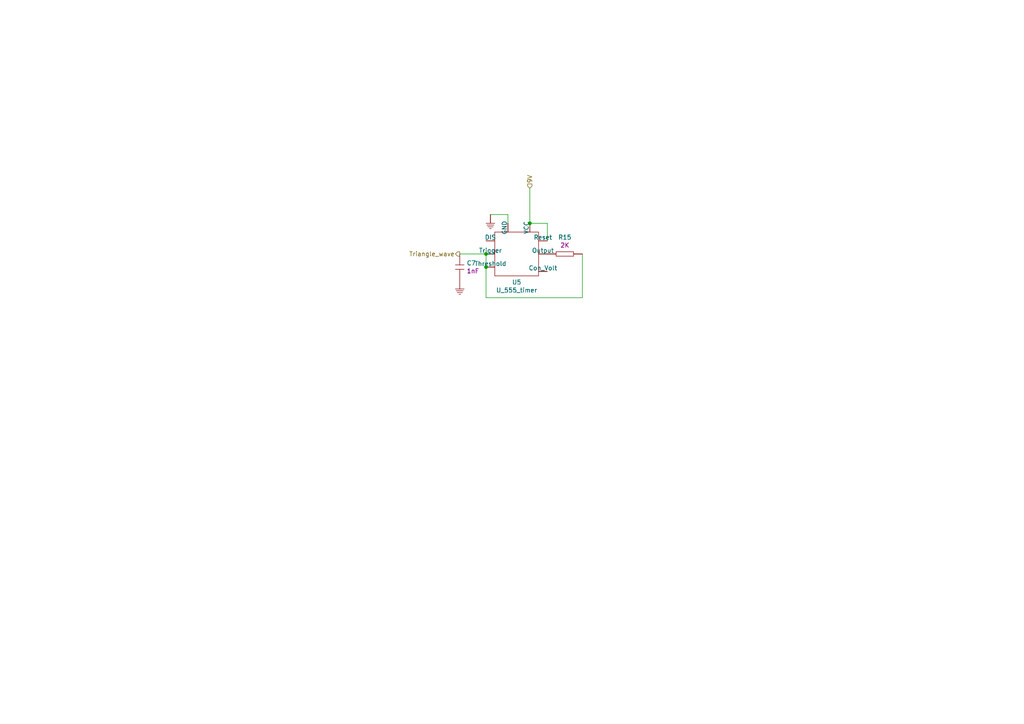
<source format=kicad_sch>
(kicad_sch (version 20211123) (generator eeschema)
  (paper "A4")
  (lib_symbols
    (symbol "Main_Library:C_1nF_0603_50V" (pin_numbers hide) (pin_names (offset 0))
      (property "Reference" "C" (at -2.54 2.54 0))
      (property "Waarde" "1nF" (at -3.81 -2.54 0))
      (symbol "C_1nF_0603_50V_1_1"
        (polyline (pts (xy -1.27 -0.635) (xy 1.27 -0.635)))
        (polyline (pts (xy -1.27 0.635) (xy 1.27 0.635)))
        (polyline (pts (xy 0 -0.635) (xy 0 -1.27)))
        (polyline (pts (xy 0 1.27) (xy 0 0.635)))
        (pin input line (at 0 3.81 270) (length 2.54) (name "~") (number "1"))
        (pin input line (at 0 -3.81 90) (length 2.54) (name "~") (number "2"))
      )
    )
    (symbol "Main_Library:GND" (power) (pin_numbers hide) (pin_names (offset 0) hide)
      (symbol "GND_0_1"
        (polyline (pts (xy -1.27 -2.54) (xy 1.27 -2.54)))
        (polyline (pts (xy -1.016 -3.048) (xy 1.016 -3.048)))
        (polyline (pts (xy -0.762 -3.556) (xy 0.762 -3.556)))
        (polyline (pts (xy -0.254 -4.064) (xy 0.254 -4.064)))
      )
      (symbol "GND_1_1"
        (pin power_in line (at 0 0 270) (length 2.54) (name "GND") (number "1"))
      )
    )
    (symbol "Main_Library:R_2K_0603" (pin_numbers hide) (pin_names (offset 0) hide)
      (property "Reference" "R" (at 0 6.35 0))
      (property "Waarde" "2K" (at 0 0 0))
      (symbol "R_2K_0603_1_1"
        (rectangle (start -0.635 2.54) (end 0.635 -2.54))
        (pin input line (at 0 5.08 270) (length 2.54) (name "1") (number "1"))
        (pin input line (at 0 -5.08 90) (length 2.54) (name "2") (number "2"))
      )
    )
    (symbol "Main_Library:U_555_timer" (pin_numbers hide) (pin_names (offset 0))
      (property "Reference" "U" (at 0 12.7 0))
      (property "Value" "Main_Library_U_555_timer" (at 0 15.24 0))
      (symbol "U_555_timer_0_1"
        (rectangle (start -6.35 6.35) (end 6.35 -6.35))
      )
      (symbol "U_555_timer_1_1"
        (pin input line (at -2.54 8.89 270) (length 2.54) (name "GND") (number "1"))
        (pin input line (at -8.89 0 0) (length 2.54) (name "Trigger") (number "2"))
        (pin input line (at 8.89 0 180) (length 2.54) (name "Output") (number "3"))
        (pin input line (at 8.89 3.81 180) (length 2.54) (name "Reset") (number "4"))
        (pin input line (at 8.89 -5.08 180) (length 2.54) (name "Con_Volt") (number "5"))
        (pin input line (at -8.89 -3.81 0) (length 2.54) (name "Threshold") (number "6"))
        (pin input line (at -8.89 3.81 0) (length 2.54) (name "DIS") (number "7"))
        (pin input line (at 3.81 8.89 270) (length 2.54) (name "VCC") (number "8"))
      )
    )
  )
  (junction (at 153.67 64.77))
  (junction (at 140.97 73.66))
  (junction (at 140.97 77.47))
  (wire (pts (xy 147.32 64.77) (xy 147.32 62.23)))
  (wire (pts (xy 158.75 64.77) (xy 153.67 64.77)))
  (wire (pts (xy 158.75 69.85) (xy 158.75 64.77)))
  (wire (pts (xy 140.97 77.47) (xy 140.97 73.66)))
  (wire (pts (xy 168.91 86.36) (xy 140.97 86.36)))
  (wire (pts (xy 168.91 73.66) (xy 168.91 86.36)))
  (wire (pts (xy 147.32 62.23) (xy 142.24 62.23)))
  (wire (pts (xy 153.67 54.61) (xy 153.67 64.77)))
  (wire (pts (xy 140.97 86.36) (xy 140.97 77.47)))
  (wire (pts (xy 140.97 73.66) (xy 133.35 73.66)))
  (hierarchical_label "Triangle_wave" (shape output) (at 133.35 73.66 180))
  (hierarchical_label "9V" (shape input) (at 153.67 54.61 90))
  (symbol (lib_id "Main_Library:U_555_timer") (at 149.86 73.66 0) (unit 1)
    (property "Reference" "U5" (at 149.86 81.8642 0))
    (property "Value" "U_555_timer" (at 149.86 84.1756 0))
    (property "Footprint" "MAIN_PCB_LIB:U_LM555CN" (effects hide))
  )
  (symbol (lib_id "Main_Library:GND") (at 142.24 62.23 0) (unit 1)
    (property "Reference" "#GND019" (effects hide))
    (property "Value" "GND" (effects hide))
  )
  (symbol (lib_id "Main_Library:R_2K_0603") (at 163.83 73.66 270) (unit 1)
    (property "Reference" "R15" (at 163.83 68.834 90))
    (property "Value" "R_2K_0603" (effects hide))
    (property "Footprint" "MAIN_PCB_LIB:R_0603" (effects hide))
    (property "Mouser" "603-RT0603BRD072KL" (effects hide))
    (property "Waarde" "2K" (at 163.83 71.1454 90))
  )
  (symbol (lib_id "Main_Library:C_1nF_0603_50V") (at 133.35 77.47 0) (unit 1)
    (property "Reference" "C7" (at 135.3312 76.3016 0) (effects (justify left)))
    (property "Value" "C_1nF_0603_50V" (effects hide))
    (property "Footprint" "MAIN_PCB_LIB:C_0603" (effects hide))
    (property "Waarde" "1nF" (at 135.3312 78.613 0) (effects (justify left)))
    (property "Mouser" "603-CC603MRX7R9BB102" (effects hide))
  )
  (symbol (lib_id "Main_Library:GND") (at 133.35 81.28 0) (unit 1)
    (property "Reference" "#GND018" (effects hide))
    (property "Value" "GND" (effects hide))
  )
)
</source>
